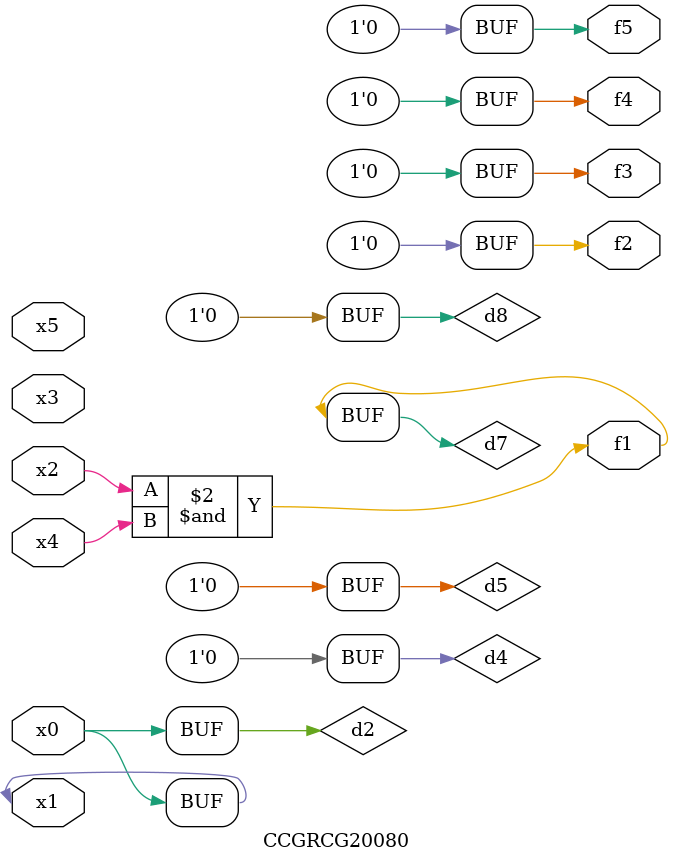
<source format=v>
module CCGRCG20080(
	input x0, x1, x2, x3, x4, x5,
	output f1, f2, f3, f4, f5
);

	wire d1, d2, d3, d4, d5, d6, d7, d8, d9;

	nand (d1, x1);
	buf (d2, x0, x1);
	nand (d3, x2, x4);
	and (d4, d1, d2);
	and (d5, d1, d2);
	nand (d6, d1, d3);
	not (d7, d3);
	xor (d8, d5);
	nor (d9, d5, d6);
	assign f1 = d7;
	assign f2 = d8;
	assign f3 = d8;
	assign f4 = d8;
	assign f5 = d8;
endmodule

</source>
